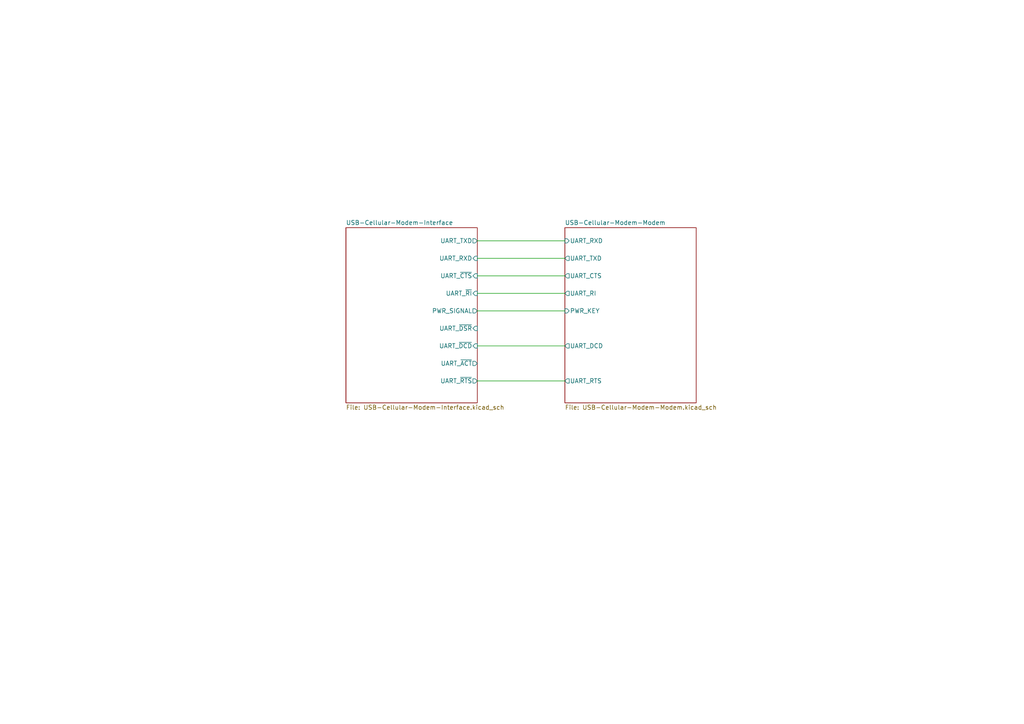
<source format=kicad_sch>
(kicad_sch
	(version 20250114)
	(generator "eeschema")
	(generator_version "9.0")
	(uuid "afd9df3f-ff30-4b76-9b91-5dbd0504fcb3")
	(paper "A4")
	(title_block
		(title "ACAP_Cellular")
		(date "2026-02-07")
		(rev "v0.0.1")
		(comment 1 "Design By: Daniel Manla")
	)
	(lib_symbols)
	(wire
		(pts
			(xy 138.43 69.85) (xy 163.83 69.85)
		)
		(stroke
			(width 0)
			(type default)
		)
		(uuid "2b097ca1-d25c-49b2-bc29-e3735b83afbe")
	)
	(wire
		(pts
			(xy 138.43 100.33) (xy 163.83 100.33)
		)
		(stroke
			(width 0)
			(type default)
		)
		(uuid "5b9d8505-1cd7-4dd6-ba85-c1afa6873568")
	)
	(wire
		(pts
			(xy 138.43 74.93) (xy 163.83 74.93)
		)
		(stroke
			(width 0)
			(type default)
		)
		(uuid "7abee3e5-2bdc-4d80-b5b2-6c41f6b4032f")
	)
	(wire
		(pts
			(xy 138.43 110.49) (xy 163.83 110.49)
		)
		(stroke
			(width 0)
			(type default)
		)
		(uuid "86a99ec3-3acf-4fee-ac2d-224f6f300133")
	)
	(wire
		(pts
			(xy 138.43 90.17) (xy 163.83 90.17)
		)
		(stroke
			(width 0)
			(type default)
		)
		(uuid "96a01f78-ca78-406e-a9a8-bcff3b4aefc0")
	)
	(wire
		(pts
			(xy 138.43 80.01) (xy 163.83 80.01)
		)
		(stroke
			(width 0)
			(type default)
		)
		(uuid "9f77b229-349a-4d1f-8421-f277ff401ac2")
	)
	(wire
		(pts
			(xy 138.43 85.09) (xy 163.83 85.09)
		)
		(stroke
			(width 0)
			(type default)
		)
		(uuid "d6465c43-e9cf-413f-99ef-614f8ce77ec9")
	)
	(sheet
		(at 163.83 66.04)
		(size 38.1 50.8)
		(exclude_from_sim no)
		(in_bom yes)
		(on_board yes)
		(dnp no)
		(fields_autoplaced yes)
		(stroke
			(width 0)
			(type solid)
		)
		(fill
			(color 0 0 0 0.0000)
		)
		(uuid "00000000-0000-0000-0000-000060d8f2e2")
		(property "Sheetname" "USB-Cellular-Modem-Modem"
			(at 163.83 65.3284 0)
			(effects
				(font
					(size 1.27 1.27)
				)
				(justify left bottom)
			)
		)
		(property "Sheetfile" "USB-Cellular-Modem-Modem.kicad_sch"
			(at 163.83 117.4246 0)
			(effects
				(font
					(size 1.27 1.27)
				)
				(justify left top)
			)
		)
		(pin "UART_TXD" output
			(at 163.83 74.93 180)
			(uuid "98abf760-c1e3-4691-9d2f-077bd14e1a91")
			(effects
				(font
					(size 1.27 1.27)
				)
				(justify left)
			)
		)
		(pin "PWR_KEY" input
			(at 163.83 90.17 180)
			(uuid "16e3bfc8-a26c-42a1-ae37-3e4d827f9f4c")
			(effects
				(font
					(size 1.27 1.27)
				)
				(justify left)
			)
		)
		(pin "UART_RTS" output
			(at 163.83 110.49 180)
			(uuid "2ea24753-25aa-4e64-8f77-637ae9c6d630")
			(effects
				(font
					(size 1.27 1.27)
				)
				(justify left)
			)
		)
		(pin "UART_CTS" output
			(at 163.83 80.01 180)
			(uuid "a8ff24db-0a0a-482e-b6ee-ab030c579b11")
			(effects
				(font
					(size 1.27 1.27)
				)
				(justify left)
			)
		)
		(pin "UART_DCD" output
			(at 163.83 100.33 180)
			(uuid "0bea15b2-0fc7-4e0c-83e8-8544721836a4")
			(effects
				(font
					(size 1.27 1.27)
				)
				(justify left)
			)
		)
		(pin "UART_RI" output
			(at 163.83 85.09 180)
			(uuid "ef925ed5-bbf8-47f9-b77f-17043c9f9ed9")
			(effects
				(font
					(size 1.27 1.27)
				)
				(justify left)
			)
		)
		(pin "UART_RXD" input
			(at 163.83 69.85 180)
			(uuid "9fa64e3e-95a8-4bfd-9408-3a02b20ce2ef")
			(effects
				(font
					(size 1.27 1.27)
				)
				(justify left)
			)
		)
		(instances
			(project "USB-Cellular-Modem"
				(path "/afd9df3f-ff30-4b76-9b91-5dbd0504fcb3"
					(page "2")
				)
			)
		)
	)
	(sheet
		(at 100.33 66.04)
		(size 38.1 50.8)
		(exclude_from_sim no)
		(in_bom yes)
		(on_board yes)
		(dnp no)
		(fields_autoplaced yes)
		(stroke
			(width 0)
			(type solid)
		)
		(fill
			(color 0 0 0 0.0000)
		)
		(uuid "00000000-0000-0000-0000-000060dcdeb3")
		(property "Sheetname" "USB-Cellular-Modem-Interface"
			(at 100.33 65.3284 0)
			(effects
				(font
					(size 1.27 1.27)
				)
				(justify left bottom)
			)
		)
		(property "Sheetfile" "USB-Cellular-Modem-Interface.kicad_sch"
			(at 100.33 117.4246 0)
			(effects
				(font
					(size 1.27 1.27)
				)
				(justify left top)
			)
		)
		(pin "UART_~{CTS}" input
			(at 138.43 80.01 0)
			(uuid "c5b87f27-4bbb-47d6-9c62-25564853ce02")
			(effects
				(font
					(size 1.27 1.27)
				)
				(justify right)
			)
		)
		(pin "UART_~{RI}" input
			(at 138.43 85.09 0)
			(uuid "1fb066c9-d42e-4dff-88aa-57dfe9d244f2")
			(effects
				(font
					(size 1.27 1.27)
				)
				(justify right)
			)
		)
		(pin "UART_~{DSR}" input
			(at 138.43 95.25 0)
			(uuid "16724df4-c8d5-489e-95d6-bce417a96eb1")
			(effects
				(font
					(size 1.27 1.27)
				)
				(justify right)
			)
		)
		(pin "UART_~{DCD}" input
			(at 138.43 100.33 0)
			(uuid "f2a07034-81df-441e-afd2-b8c39a77af6a")
			(effects
				(font
					(size 1.27 1.27)
				)
				(justify right)
			)
		)
		(pin "UART_RXD" input
			(at 138.43 74.93 0)
			(uuid "35305a68-946f-4bc7-b45d-0eab277bc665")
			(effects
				(font
					(size 1.27 1.27)
				)
				(justify right)
			)
		)
		(pin "UART_TXD" output
			(at 138.43 69.85 0)
			(uuid "1f37a46c-6b1c-452b-aa36-7741c1ec3994")
			(effects
				(font
					(size 1.27 1.27)
				)
				(justify right)
			)
		)
		(pin "UART_~{RTS}" output
			(at 138.43 110.49 0)
			(uuid "4db8a562-2f3f-4b77-ba27-66560861000d")
			(effects
				(font
					(size 1.27 1.27)
				)
				(justify right)
			)
		)
		(pin "UART_~{ACT}" output
			(at 138.43 105.41 0)
			(uuid "3740dbc2-d54e-4535-9b97-4f8410b977e8")
			(effects
				(font
					(size 1.27 1.27)
				)
				(justify right)
			)
		)
		(pin "PWR_SIGNAL" output
			(at 138.43 90.17 0)
			(uuid "7b4332bb-ea9f-4ea1-9805-6db250ee6a0c")
			(effects
				(font
					(size 1.27 1.27)
				)
				(justify right)
			)
		)
		(instances
			(project "USB-Cellular-Modem"
				(path "/afd9df3f-ff30-4b76-9b91-5dbd0504fcb3"
					(page "3")
				)
			)
		)
	)
	(sheet_instances
		(path "/"
			(page "1")
		)
	)
	(embedded_fonts no)
)

</source>
